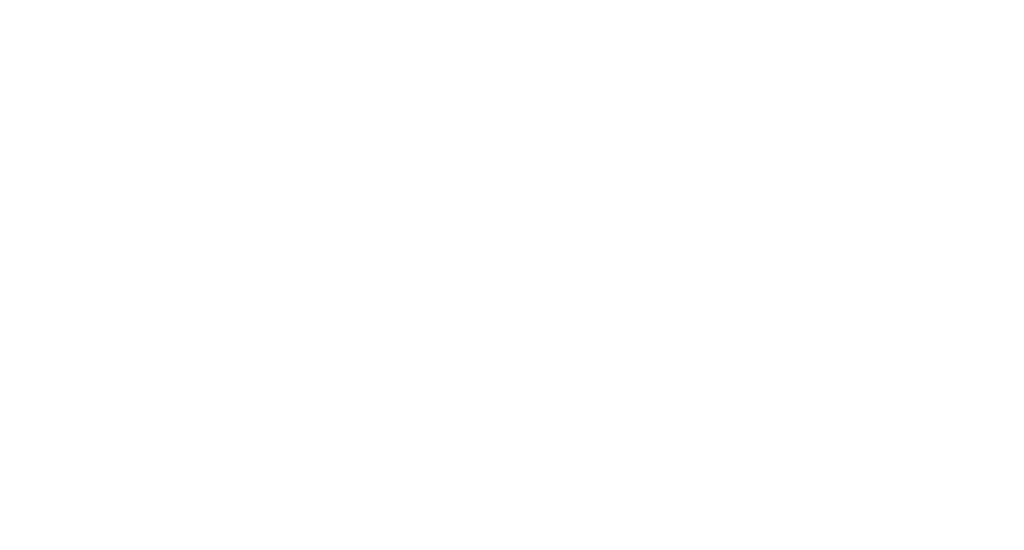
<source format=kicad_pcb>
(kicad_pcb (version 20240108) (generator pcbnew)
  (layers (0 "F.Cu" signal) (31 "B.Cu" signal) (34 "B.Paste" user) (35 "F.Paste" user) (36 "B.SilkS" user "B.Silkscreen") (37 "F.SilkS" user "F.Silkscreen") (38 "B.Mask" user) (39 "F.Mask" user) (44 "Edge.Cuts" user))
  (net 0 "")
  (footprint "MountingHole_8.4mm_M8_Pad_Via" (layer "F.Cu") (at 0 0)
    (property "Reference" "REF**")
    (property "Value" "MountingHole_8.4mm_M8_Pad_Via")
    (pad "1" thru_hole circle (at -6.3 0) (size 1.1 1.1) (drill 0.8) (layers *.Cu *.Mask) (remove_unused_layers))
    (pad "1" thru_hole circle (at -4.454773 -4.454773) (size 1.1 1.1) (drill 0.8) (layers *.Cu *.Mask) (remove_unused_layers))
    (pad "1" thru_hole circle (at -4.454773 4.454773) (size 1.1 1.1) (drill 0.8) (layers *.Cu *.Mask) (remove_unused_layers))
    (pad "1" thru_hole circle (at 0 -6.3) (size 1.1 1.1) (drill 0.8) (layers *.Cu *.Mask) (remove_unused_layers))
    (pad "1" thru_hole circle (at 0 0) (size 16.8 16.8) (drill 8.4) (layers *.Cu *.Mask) (remove_unused_layers))
    (pad "1" thru_hole circle (at 0 6.3) (size 1.1 1.1) (drill 0.8) (layers *.Cu *.Mask) (remove_unused_layers))
    (pad "1" thru_hole circle (at 4.454773 -4.454773) (size 1.1 1.1) (drill 0.8) (layers *.Cu *.Mask) (remove_unused_layers))
    (pad "1" thru_hole circle (at 4.454773 4.454773) (size 1.1 1.1) (drill 0.8) (layers *.Cu *.Mask) (remove_unused_layers))
    (pad "1" thru_hole circle (at 6.3 0) (size 1.1 1.1) (drill 0.8) (layers *.Cu *.Mask) (remove_unused_layers))
  )
)
</source>
